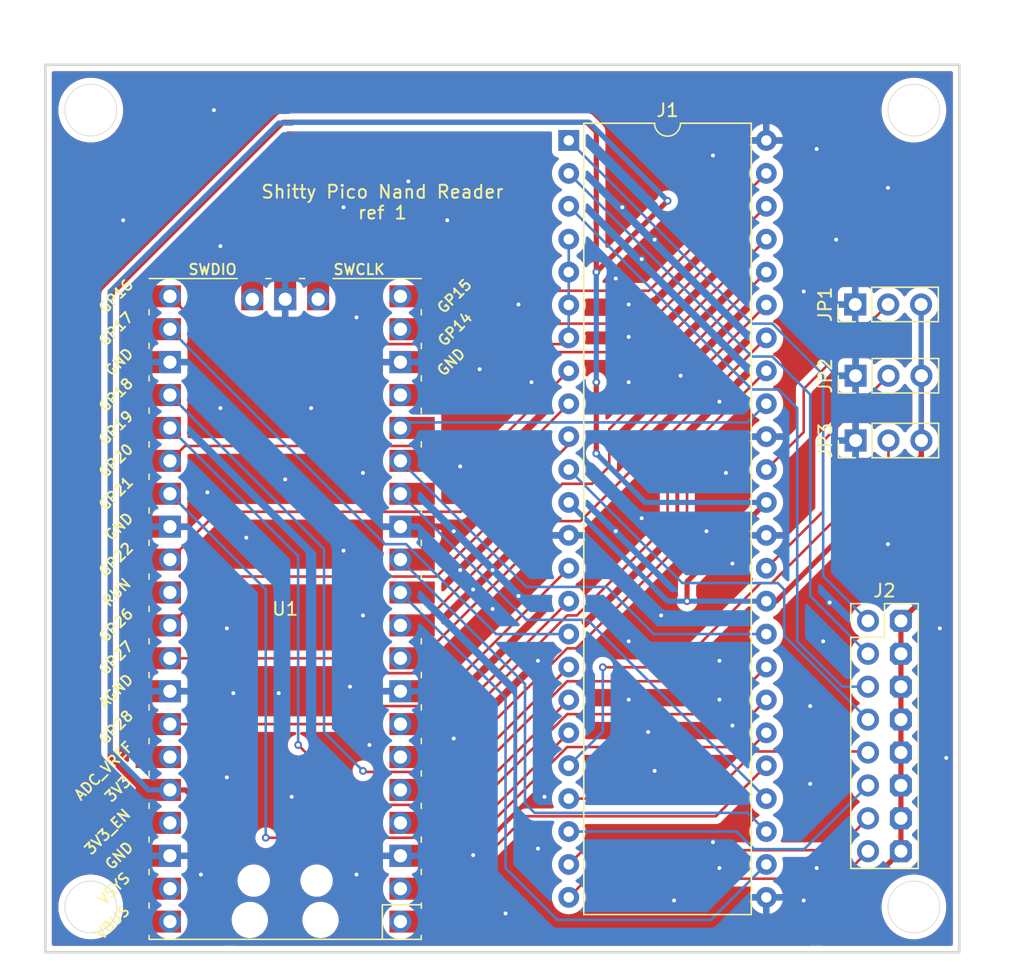
<source format=kicad_pcb>
(kicad_pcb (version 20240108) (generator "pcbnew") (generator_version "8.0")
  (layers (0 "F.Cu" signal) (31 "B.Cu" signal) (34 "B.Paste" user) (35 "F.Paste" user) (36 "B.SilkS" user "B.Silkscreen") (37 "F.SilkS" user "F.Silkscreen") (38 "B.Mask" user) (39 "F.Mask" user) (44 "Edge.Cuts" user))
  (net 0 "")
  (net 8 "R{slash}~{B}1")
  (net 9 "IO8")
  (net 10 "GND")
  (net 11 "IO10")
  (net 12 "~{CE2}")
  (net 13 "Vcc")
  (net 14 "ALE")
  (net 15 "~{CE1}")
  (net 16 "IO0")
  (net 17 "TP11")
  (net 18 "IO9")
  (net 19 "TP23")
  (net 20 "IO2")
  (net 21 "IO1")
  (net 22 "VSP3")
  (net 23 "TP2")
  (net 24 "TP21")
  (net 25 "TP3")
  (net 26 "IO3")
  (net 27 "IO12")
  (net 28 "~{RE}")
  (net 29 "~{CE4}")
  (net 30 "TP22")
  (net 31 "~{CE3}")
  (net 32 "~{WE}")
  (net 33 "TP1")
  (net 34 "TP24")
  (net 35 "CLE")
  (net 36 "IO11")
  (net 37 "VSP1")
  (net 38 "VSP2")
  (net 39 "~{WP}")
  (net 40 "IO4")
  (net 41 "IO7")
  (net 42 "IO5")
  (net 43 "IO15")
  (net 44 "IO14")
  (net 47 "IO6")
  (net 49 "IO13")
  (footprint "Connector_PinHeader_2.54mm:PinHeader_1x03_P2.54mm_Vertical" (layer "F.Cu") (at 163.5 75.5 90)
    (property "Reference" "JP3" (at 0 -2.33 90) (layer "F.SilkS"))
    (property "Value" "J_VSP1")
    (pad "1" thru_hole rect (at 0 0 90) (size 1.7 1.7) (drill 1) (layers "*.Cu" "*.Mask") (net 10 "GND"))
    (pad "2" thru_hole oval (at 0 2.54 90) (size 1.7 1.7) (drill 1) (layers "*.Cu" "*.Mask") (net 22 "VSP3"))
    (pad "3" thru_hole oval (at 0 5.08 90) (size 1.7 1.7) (drill 1) (layers "*.Cu" "*.Mask") (net 13 "Vcc"))
  )
  (footprint "MCU_RaspberryPi_and_Boards:RPi_Pico_SMD_TH" (layer "F.Cu") (at 119.5 88.5 180)
    (property "Reference" "U1" (at 0 0 0) (layer "F.SilkS"))
    (property "Value" "Pico")
    (fp_text user "GP27" (at 13.054 -3.8 45) (layer "F.SilkS") (effects (font (size 0.8 0.8))))
    (fp_text user "GND" (at 12.8 -19.05 45) (layer "F.SilkS") (effects (font (size 0.8 0.8))))
    (fp_text user "GP15" (at -13.054 24.13 45) (layer "F.SilkS") (effects (font (size 0.8 0.8))))
    (fp_text user "GP19" (at 13.054 13.97 45) (layer "F.SilkS") (effects (font (size 0.8 0.8))))
    (fp_text user "GND" (at 12.8 6.35 45) (layer "F.SilkS") (effects (font (size 0.8 0.8))))
    (fp_text user "SWCLK" (at -5.7 26.2 0) (layer "F.SilkS") (effects (font (size 0.8 0.8))))
    (fp_text user "SWDIO" (at 5.6 26.2 0) (layer "F.SilkS") (effects (font (size 0.8 0.8))))
    (fp_text user "VBUS" (at 13.3 -24.2 45) (layer "F.SilkS") (effects (font (size 0.8 0.8))))
    (fp_text user "GP26" (at 13.054 -1.27 45) (layer "F.SilkS") (effects (font (size 0.8 0.8))))
    (fp_text user "GND" (at 12.8 19.05 45) (layer "F.SilkS") (effects (font (size 0.8 0.8))))
    (fp_text user "GP17" (at 13.054 21.59 45) (layer "F.SilkS") (effects (font (size 0.8 0.8))))
    (fp_text user "ADC_VREF" (at 14 -12.5 45) (layer "F.SilkS") (effects (font (size 0.8 0.8))))
    (fp_text user "GND" (at -12.8 19.05 45) (layer "F.SilkS") (effects (font (size 0.8 0.8))))
    (fp_text user "AGND" (at 13.054 -6.35 45) (layer "F.SilkS") (effects (font (size 0.8 0.8))))
    (fp_text user "GP28" (at 13.054 -9.144 45) (layer "F.SilkS") (effects (font (size 0.8 0.8))))
    (fp_text user "VSYS" (at 13.2 -21.59 45) (layer "F.SilkS") (effects (font (size 0.8 0.8))))
    (fp_text user "GP14" (at -13.1 21.59 45) (layer "F.SilkS") (effects (font (size 0.8 0.8))))
    (fp_text user "RUN" (at 13 1.27 45) (layer "F.SilkS") (effects (font (size 0.8 0.8))))
    (fp_text user "3V3_EN" (at 13.7 -17.2 45) (layer "F.SilkS") (effects (font (size 0.8 0.8))))
    (fp_text user "GP16" (at 13.054 24.13 45) (layer "F.SilkS") (effects (font (size 0.8 0.8))))
    (fp_text user "3V3" (at 12.9 -13.9 45) (layer "F.SilkS") (effects (font (size 0.8 0.8))))
    (fp_text user "GP21" (at 13.054 8.9 45) (layer "F.SilkS") (effects (font (size 0.8 0.8))))
    (fp_text user "GP20" (at 13.054 11.43 45) (layer "F.SilkS") (effects (font (size 0.8 0.8))))
    (fp_text user "GP18" (at 13.054 16.51 45) (layer "F.SilkS") (effects (font (size 0.8 0.8))))
    (fp_text user "GP22" (at 13.054 3.81 45) (layer "F.SilkS") (effects (font (size 0.8 0.8))))
    (pad "" np_thru_hole oval (at -2.725 -24 180) (size 1.8 1.8) (drill 1.8) (layers "*.Cu" "*.Mask"))
    (pad "" np_thru_hole oval (at -2.425 -20.97 180) (size 1.5 1.5) (drill 1.5) (layers "*.Cu" "*.Mask"))
    (pad "" np_thru_hole oval (at 2.425 -20.97 180) (size 1.5 1.5) (drill 1.5) (layers "*.Cu" "*.Mask"))
    (pad "" np_thru_hole oval (at 2.725 -24 180) (size 1.8 1.8) (drill 1.8) (layers "*.Cu" "*.Mask"))
    (pad "1" thru_hole oval (at -8.89 -24.13 180) (size 1.7 1.7) (drill 1.02) (layers "*.Cu" "*.Mask") (net 16 "IO0"))
    (pad "1" smd rect (at -8.89 -24.13 180) (size 3.5 1.7) (drill (offset -0.9 0)) (layers "F.Cu" "F.Mask") (net 16 "IO0"))
    (pad "2" thru_hole oval (at -8.89 -21.59 180) (size 1.7 1.7) (drill 1.02) (layers "*.Cu" "*.Mask") (net 21 "IO1"))
    (pad "2" smd rect (at -8.89 -21.59 180) (size 3.5 1.7) (drill (offset -0.9 0)) (layers "F.Cu" "F.Mask") (net 21 "IO1"))
    (pad "3" thru_hole rect (at -8.89 -19.05 180) (size 1.7 1.7) (drill 1.02) (layers "*.Cu" "*.Mask") (net 10 "GND"))
    (pad "3" smd rect (at -8.89 -19.05 180) (size 3.5 1.7) (drill (offset -0.9 0)) (layers "F.Cu" "F.Mask") (net 10 "GND"))
    (pad "4" thru_hole oval (at -8.89 -16.51 180) (size 1.7 1.7) (drill 1.02) (layers "*.Cu" "*.Mask") (net 20 "IO2"))
    (pad "4" smd rect (at -8.89 -16.51 180) (size 3.5 1.7) (drill (offset -0.9 0)) (layers "F.Cu" "F.Mask") (net 20 "IO2"))
    (pad "5" thru_hole oval (at -8.89 -13.97 180) (size 1.7 1.7) (drill 1.02) (layers "*.Cu" "*.Mask") (net 26 "IO3"))
    (pad "5" smd rect (at -8.89 -13.97 180) (size 3.5 1.7) (drill (offset -0.9 0)) (layers "F.Cu" "F.Mask") (net 26 "IO3"))
    (pad "6" thru_hole oval (at -8.89 -11.43 180) (size 1.7 1.7) (drill 1.02) (layers "*.Cu" "*.Mask") (net 40 "IO4"))
    (pad "6" smd rect (at -8.89 -11.43 180) (size 3.5 1.7) (drill (offset -0.9 0)) (layers "F.Cu" "F.Mask") (net 40 "IO4"))
    (pad "7" thru_hole oval (at -8.89 -8.89 180) (size 1.7 1.7) (drill 1.02) (layers "*.Cu" "*.Mask") (net 42 "IO5"))
    (pad "7" smd rect (at -8.89 -8.89 180) (size 3.5 1.7) (drill (offset -0.9 0)) (layers "F.Cu" "F.Mask") (net 42 "IO5"))
    (pad "8" thru_hole rect (at -8.89 -6.35 180) (size 1.7 1.7) (drill 1.02) (layers "*.Cu" "*.Mask") (net 10 "GND"))
    (pad "8" smd rect (at -8.89 -6.35 180) (size 3.5 1.7) (drill (offset -0.9 0)) (layers "F.Cu" "F.Mask") (net 10 "GND"))
    (pad "9" thru_hole oval (at -8.89 -3.81 180) (size 1.7 1.7) (drill 1.02) (layers "*.Cu" "*.Mask") (net 47 "IO6"))
    (pad "9" smd rect (at -8.89 -3.81 180) (size 3.5 1.7) (drill (offset -0.9 0)) (layers "F.Cu" "F.Mask") (net 47 "IO6"))
    (pad "10" thru_hole oval (at -8.89 -1.27 180) (size 1.7 1.7) (drill 1.02) (layers "*.Cu" "*.Mask") (net 41 "IO7"))
    (pad "10" smd rect (at -8.89 -1.27 180) (size 3.5 1.7) (drill (offset -0.9 0)) (layers "F.Cu" "F.Mask") (net 41 "IO7"))
    (pad "11" thru_hole oval (at -8.89 1.27 180) (size 1.7 1.7) (drill 1.02) (layers "*.Cu" "*.Mask") (net 9 "IO8"))
    (pad "11" smd rect (at -8.89 1.27 180) (size 3.5 1.7) (drill (offset -0.9 0)) (layers "F.Cu" "F.Mask") (net 9 "IO8"))
    (pad "12" thru_hole oval (at -8.89 3.81 180) (size 1.7 1.7) (drill 1.02) (layers "*.Cu" "*.Mask") (net 18 "IO9"))
    (pad "12" smd rect (at -8.89 3.81 180) (size 3.5 1.7) (drill (offset -0.9 0)) (layers "F.Cu" "F.Mask") (net 18 "IO9"))
    (pad "13" thru_hole rect (at -8.89 6.35 180) (size 1.7 1.7) (drill 1.02) (layers "*.Cu" "*.Mask") (net 10 "GND"))
    (pad "13" smd rect (at -8.89 6.35 180) (size 3.5 1.7) (drill (offset -0.9 0)) (layers "F.Cu" "F.Mask") (net 10 "GND"))
    (pad "14" thru_hole oval (at -8.89 8.89 180) (size 1.7 1.7) (drill 1.02) (layers "*.Cu" "*.Mask") (net 11 "IO10"))
    (pad "14" smd rect (at -8.89 8.89 180) (size 3.5 1.7) (drill (offset -0.9 0)) (layers "F.Cu" "F.Mask") (net 11 "IO10"))
    (pad "15" thru_hole oval (at -8.89 11.43 180) (size 1.7 1.7) (drill 1.02) (layers "*.Cu" "*.Mask") (net 36 "IO11"))
    (pad "15" smd rect (at -8.89 11.43 180) (size 3.5 1.7) (drill (offset -0.9 0)) (layers "F.Cu" "F.Mask") (net 36 "IO11"))
    (pad "16" thru_hole oval (at -8.89 13.97 180) (size 1.7 1.7) (drill 1.02) (layers "*.Cu" "*.Mask") (net 27 "IO12"))
    (pad "16" smd rect (at -8.89 13.97 180) (size 3.5 1.7) (drill (offset -0.9 0)) (layers "F.Cu" "F.Mask") (net 27 "IO12"))
    (pad "17" thru_hole oval (at -8.89 16.51 180) (size 1.7 1.7) (drill 1.02) (layers "*.Cu" "*.Mask") (net 49 "IO13"))
    (pad "17" smd rect (at -8.89 16.51 180) (size 3.5 1.7) (drill (offset -0.9 0)) (layers "F.Cu" "F.Mask") (net 49 "IO13"))
    (pad "18" thru_hole rect (at -8.89 19.05 180) (size 1.7 1.7) (drill 1.02) (layers "*.Cu" "*.Mask") (net 10 "GND"))
    (pad "18" smd rect (at -8.89 19.05 180) (size 3.5 1.7) (drill (offset -0.9 0)) (layers "F.Cu" "F.Mask") (net 10 "GND"))
    (pad "19" thru_hole oval (at -8.89 21.59 180) (size 1.7 1.7) (drill 1.02) (layers "*.Cu" "*.Mask") (net 44 "IO14"))
    (pad "19" smd rect (at -8.89 21.59 180) (size 3.5 1.7) (drill (offset -0.9 0)) (layers "F.Cu" "F.Mask") (net 44 "IO14"))
    (pad "20" thru_hole oval (at -8.89 24.13 180) (size 1.7 1.7) (drill 1.02) (layers "*.Cu" "*.Mask") (net 43 "IO15"))
    (pad "20" smd rect (at -8.89 24.13 180) (size 3.5 1.7) (drill (offset -0.9 0)) (layers "F.Cu" "F.Mask") (net 43 "IO15"))
    (pad "21" thru_hole oval (at 8.89 24.13 180) (size 1.7 1.7) (drill 1.02) (layers "*.Cu" "*.Mask") (net 8 "R{slash}~{B}1"))
    (pad "21" smd rect (at 8.89 24.13 180) (size 3.5 1.7) (drill (offset 0.9 0)) (layers "F.Cu" "F.Mask") (net 8 "R{slash}~{B}1"))
    (pad "22" thru_hole oval (at 8.89 21.59 180) (size 1.7 1.7) (drill 1.02) (layers "*.Cu" "*.Mask") (net 35 "CLE"))
    (pad "22" smd rect (at 8.89 21.59 180) (size 3.5 1.7) (drill (offset 0.9 0)) (layers "F.Cu" "F.Mask") (net 35 "CLE"))
    (pad "23" thru_hole rect (at 8.89 19.05 180) (size 1.7 1.7) (drill 1.02) (layers "*.Cu" "*.Mask") (net 10 "GND"))
    (pad "23" smd rect (at 8.89 19.05 180) (size 3.5 1.7) (drill (offset 0.9 0)) (layers "F.Cu" "F.Mask") (net 10 "GND"))
    (pad "24" thru_hole oval (at 8.89 16.51 180) (size 1.7 1.7) (drill 1.02) (layers "*.Cu" "*.Mask") (net 14 "ALE"))
    (pad "24" smd rect (at 8.89 16.51 180) (size 3.5 1.7) (drill (offset 0.9 0)) (layers "F.Cu" "F.Mask") (net 14 "ALE"))
    (pad "25" thru_hole oval (at 8.89 13.97 180) (size 1.7 1.7) (drill 1.02) (layers "*.Cu" "*.Mask") (net 32 "~{WE}"))
    (pad "25" smd rect (at 8.89 13.97 180) (size 3.5 1.7) (drill (offset 0.9 0)) (layers "F.Cu" "F.Mask") (net 32 "~{WE}"))
    (pad "26" thru_hole oval (at 8.89 11.43 180) (size 1.7 1.7) (drill 1.02) (layers "*.Cu" "*.Mask") (net 28 "~{RE}"))
    (pad "26" smd rect (at 8.89 11.43 180) (size 3.5 1.7) (drill (offset 0.9 0)) (layers "F.Cu" "F.Mask") (net 28 "~{RE}"))
    (pad "27" thru_hole oval (at 8.89 8.89 180) (size 1.7 1.7) (drill 1.02) (layers "*.Cu" "*.Mask") (net 39 "~{WP}"))
    (pad "27" smd rect (at 8.89 8.89 180) (size 3.5 1.7) (drill (offset 0.9 0)) (layers "F.Cu" "F.Mask") (net 39 "~{WP}"))
    (pad "28" thru_hole rect (at 8.89 6.35 180) (size 1.7 1.7) (drill 1.02) (layers "*.Cu" "*.Mask") (net 10 "GND"))
    (pad "28" smd rect (at 8.89 6.35 180) (size 3.5 1.7) (drill (offset 0.9 0)) (layers "F.Cu" "F.Mask") (net 10 "GND"))
    (pad "29" thru_hole oval (at 8.89 3.81 180) (size 1.7 1.7) (drill 1.02) (layers "*.Cu" "*.Mask") (net 15 "~{CE1}"))
    (pad "29" smd rect (at 8.89 3.81 180) (size 3.5 1.7) (drill (offset 0.9 0)) (layers "F.Cu" "F.Mask") (net 15 "~{CE1}"))
    (pad "30" thru_hole oval (at 8.89 1.27 180) (size 1.7 1.7) (drill 1.02) (layers "*.Cu" "*.Mask"))
    (pad "30" smd rect (at 8.89 1.27 180) (size 3.5 1.7) (drill (offset 0.9 0)) (layers "F.Cu" "F.Mask"))
    (pad "31" thru_hole oval (at 8.89 -1.27 180) (size 1.7 1.7) (drill 1.02) (layers "*.Cu" "*.Mask") (net 12 "~{CE2}"))
    (pad "31" smd rect (at 8.89 -1.27 180) (size 3.5 1.7) (drill (offset 0.9 0)) (layers "F.Cu" "F.Mask") (net 12 "~{CE2}"))
    (pad "32" thru_hole oval (at 8.89 -3.81 180) (size 1.7 1.7) (drill 1.02) (layers "*.Cu" "*.Mask") (net 31 "~{CE3}"))
    (pad "32" smd rect (at 8.89 -3.81 180) (size 3.5 1.7) (drill (offset 0.9 0)) (layers "F.Cu" "F.Mask") (net 31 "~{CE3}"))
    (pad "33" thru_hole rect (at 8.89 -6.35 180) (size 1.7 1.7) (drill 1.02) (layers "*.Cu" "*.Mask") (net 10 "GND"))
    (pad "33" smd rect (at 8.89 -6.35 180) (size 3.5 1.7) (drill (offset 0.9 0)) (layers "F.Cu" "F.Mask") (net 10 "GND"))
    (pad "34" thru_hole oval (at 8.89 -8.89 180) (size 1.7 1.7) (drill 1.02) (layers "*.Cu" "*.Mask") (net 29 "~{CE4}"))
    (pad "34" smd rect (at 8.89 -8.89 180) (size 3.5 1.7) (drill (offset 0.9 0)) (layers "F.Cu" "F.Mask") (net 29 "~{CE4}"))
    (pad "35" thru_hole oval (at 8.89 -11.43 180) (size 1.7 1.7) (drill 1.02) (layers "*.Cu" "*.Mask"))
    (pad "35" smd rect (at 8.89 -11.43 180) (size 3.5 1.7) (drill (offset 0.9 0)) (layers "F.Cu" "F.Mask"))
    (pad "36" thru_hole oval (at 8.89 -13.97 180) (size 1.7 1.7) (drill 1.02) (layers "*.Cu" "*.Mask") (net 13 "Vcc"))
    (pad "36" smd rect (at 8.89 -13.97 180) (size 3.5 1.7) (drill (offset 0.9 0)) (layers "F.Cu" "F.Mask") (net 13 "Vcc"))
    (pad "37" thru_hole oval (at 8.89 -16.51 180) (size 1.7 1.7) (drill 1.02) (layers "*.Cu" "*.Mask"))
    (pad "37" smd rect (at 8.89 -16.51 180) (size 3.5 1.7) (drill (offset 0.9 0)) (layers "F.Cu" "F.Mask"))
    (pad "38" thru_hole rect (at 8.89 -19.05 180) (size 1.7 1.7) (drill 1.02) (layers "*.Cu" "*.Mask") (net 10 "GND"))
    (pad "38" smd rect (at 8.89 -19.05 180) (size 3.5 1.7) (drill (offset 0.9 0)) (layers "F.Cu" "F.Mask") (net 10 "GND"))
    (pad "39" thru_hole oval (at 8.89 -21.59 180) (size 1.7 1.7) (drill 1.02) (layers "*.Cu" "*.Mask"))
    (pad "39" smd rect (at 8.89 -21.59 180) (size 3.5 1.7) (drill (offset 0.9 0)) (layers "F.Cu" "F.Mask"))
    (pad "40" thru_hole oval (at 8.89 -24.13 180) (size 1.7 1.7) (drill 1.02) (layers "*.Cu" "*.Mask"))
    (pad "40" smd rect (at 8.89 -24.13 180) (size 3.5 1.7) (drill (offset 0.9 0)) (layers "F.Cu" "F.Mask"))
    (pad "41" thru_hole oval (at -2.54 23.9 180) (size 1.7 1.7) (drill 1.02) (layers "*.Cu" "*.Mask"))
    (pad "41" smd rect (at -2.54 23.9 270) (size 3.5 1.7) (drill (offset -0.9 0)) (layers "F.Cu" "F.Mask"))
    (pad "42" thru_hole rect (at 0 23.9 180) (size 1.7 1.7) (drill 1.02) (layers "*.Cu" "*.Mask") (net 10 "GND"))
    (pad "42" smd rect (at 0 23.9 270) (size 3.5 1.7) (drill (offset -0.9 0)) (layers "F.Cu" "F.Mask") (net 10 "GND"))
    (pad "43" thru_hole oval (at 2.54 23.9 180) (size 1.7 1.7) (drill 1.02) (layers "*.Cu" "*.Mask"))
    (pad "43" smd rect (at 2.54 23.9 270) (size 3.5 1.7) (drill (offset -0.9 0)) (layers "F.Cu" "F.Mask"))
  )
  (footprint "Package_DIP:DIP-48_W15.24mm" (layer "F.Cu") (at 141.375 52.34)
    (property "Reference" "J1" (at 7.62 -2.33 360) (layer "F.SilkS"))
    (property "Value" "Conn_02x24_Counter_Clockwise")
    (pad "1" thru_hole rect (at 0 0) (size 1.6 1.6) (drill 0.8) (layers "*.Cu" "*.Mask") (net 33 "TP1"))
    (pad "2" thru_hole oval (at 0 2.54) (size 1.6 1.6) (drill 0.8) (layers "*.Cu" "*.Mask") (net 23 "TP2"))
    (pad "3" thru_hole oval (at 0 5.08) (size 1.6 1.6) (drill 0.8) (layers "*.Cu" "*.Mask") (net 25 "TP3"))
    (pad "4" thru_hole oval (at 0 7.62) (size 1.6 1.6) (drill 0.8) (layers "*.Cu" "*.Mask") (net 8 "R{slash}~{B}1"))
    (pad "5" thru_hole oval (at 0 10.16) (size 1.6 1.6) (drill 0.8) (layers "*.Cu" "*.Mask") (net 8 "R{slash}~{B}1"))
    (pad "6" thru_hole oval (at 0 12.7) (size 1.6 1.6) (drill 0.8) (layers "*.Cu" "*.Mask") (net 8 "R{slash}~{B}1"))
    (pad "7" thru_hole oval (at 0 15.24) (size 1.6 1.6) (drill 0.8) (layers "*.Cu" "*.Mask") (net 8 "R{slash}~{B}1"))
    (pad "8" thru_hole oval (at 0 17.78) (size 1.6 1.6) (drill 0.8) (layers "*.Cu" "*.Mask") (net 28 "~{RE}"))
    (pad "9" thru_hole oval (at 0 20.32) (size 1.6 1.6) (drill 0.8) (layers "*.Cu" "*.Mask") (net 15 "~{CE1}"))
    (pad "10" thru_hole oval (at 0 22.86) (size 1.6 1.6) (drill 0.8) (layers "*.Cu" "*.Mask") (net 12 "~{CE2}"))
    (pad "11" thru_hole oval (at 0 25.4) (size 1.6 1.6) (drill 0.8) (layers "*.Cu" "*.Mask") (net 17 "TP11"))
    (pad "12" thru_hole oval (at 0 27.94) (size 1.6 1.6) (drill 0.8) (layers "*.Cu" "*.Mask") (net 13 "Vcc"))
    (pad "13" thru_hole oval (at 0 30.48) (size 1.6 1.6) (drill 0.8) (layers "*.Cu" "*.Mask") (net 10 "GND"))
    (pad "14" thru_hole oval (at 0 33.02) (size 1.6 1.6) (drill 0.8) (layers "*.Cu" "*.Mask") (net 31 "~{CE3}"))
    (pad "15" thru_hole oval (at 0 35.56) (size 1.6 1.6) (drill 0.8) (layers "*.Cu" "*.Mask") (net 29 "~{CE4}"))
    (pad "16" thru_hole oval (at 0 38.1) (size 1.6 1.6) (drill 0.8) (layers "*.Cu" "*.Mask") (net 35 "CLE"))
    (pad "17" thru_hole oval (at 0 40.64) (size 1.6 1.6) (drill 0.8) (layers "*.Cu" "*.Mask") (net 14 "ALE"))
    (pad "18" thru_hole oval (at 0 43.18) (size 1.6 1.6) (drill 0.8) (layers "*.Cu" "*.Mask") (net 32 "~{WE}"))
    (pad "19" thru_hole oval (at 0 45.72) (size 1.6 1.6) (drill 0.8) (layers "*.Cu" "*.Mask") (net 39 "~{WP}"))
    (pad "20" thru_hole oval (at 0 48.26) (size 1.6 1.6) (drill 0.8) (layers "*.Cu" "*.Mask") (net 22 "VSP3"))
    (pad "21" thru_hole oval (at 0 50.8) (size 1.6 1.6) (drill 0.8) (layers "*.Cu" "*.Mask") (net 24 "TP21"))
    (pad "22" thru_hole oval (at 0 53.34) (size 1.6 1.6) (drill 0.8) (layers "*.Cu" "*.Mask") (net 30 "TP22"))
    (pad "23" thru_hole oval (at 0 55.88) (size 1.6 1.6) (drill 0.8) (layers "*.Cu" "*.Mask") (net 19 "TP23"))
    (pad "24" thru_hole oval (at 0 58.42) (size 1.6 1.6) (drill 0.8) (layers "*.Cu" "*.Mask") (net 34 "TP24"))
    (pad "25" thru_hole oval (at 15.24 58.42) (size 1.6 1.6) (drill 0.8) (layers "*.Cu" "*.Mask") (net 10 "GND"))
    (pad "26" thru_hole oval (at 15.24 55.88) (size 1.6 1.6) (drill 0.8) (layers "*.Cu" "*.Mask") (net 9 "IO8"))
    (pad "27" thru_hole oval (at 15.24 53.34) (size 1.6 1.6) (drill 0.8) (layers "*.Cu" "*.Mask") (net 18 "IO9"))
    (pad "28" thru_hole oval (at 15.24 50.8) (size 1.6 1.6) (drill 0.8) (layers "*.Cu" "*.Mask") (net 11 "IO10"))
    (pad "29" thru_hole oval (at 15.24 48.26) (size 1.6 1.6) (drill 0.8) (layers "*.Cu" "*.Mask") (net 16 "IO0"))
    (pad "30" thru_hole oval (at 15.24 45.72) (size 1.6 1.6) (drill 0.8) (layers "*.Cu" "*.Mask") (net 21 "IO1"))
    (pad "31" thru_hole oval (at 15.24 43.18) (size 1.6 1.6) (drill 0.8) (layers "*.Cu" "*.Mask") (net 20 "IO2"))
    (pad "32" thru_hole oval (at 15.24 40.64) (size 1.6 1.6) (drill 0.8) (layers "*.Cu" "*.Mask") (net 26 "IO3"))
    (pad "33" thru_hole oval (at 15.24 38.1) (size 1.6 1.6) (drill 0.8) (layers "*.Cu" "*.Mask") (net 36 "IO11"))
    (pad "34" thru_hole oval (at 15.24 35.56) (size 1.6 1.6) (drill 0.8) (layers "*.Cu" "*.Mask") (net 13 "Vcc"))
    (pad "35" thru_hole oval (at 15.24 33.02) (size 1.6 1.6) (drill 0.8) (layers "*.Cu" "*.Mask") (net 38 "VSP2"))
    (pad "36" thru_hole oval (at 15.24 30.48) (size 1.6 1.6) (drill 0.8) (layers "*.Cu" "*.Mask") (net 10 "GND"))
    (pad "37" thru_hole oval (at 15.24 27.94) (size 1.6 1.6) (drill 0.8) (layers "*.Cu" "*.Mask") (net 13 "Vcc"))
    (pad "38" thru_hole oval (at 15.24 25.4) (size 1.6 1.6) (drill 0.8) (layers "*.Cu" "*.Mask") (net 37 "VSP1"))
    (pad "39" thru_hole oval (at 15.24 22.86) (size 1.6 1.6) (drill 0.8) (layers "*.Cu" "*.Mask") (net 10 "GND"))
    (pad "40" thru_hole oval (at 15.24 20.32) (size 1.6 1.6) (drill 0.8) (layers "*.Cu" "*.Mask") (net 27 "IO12"))
    (pad "41" thru_hole oval (at 15.24 17.78) (size 1.6 1.6) (drill 0.8) (layers "*.Cu" "*.Mask") (net 40 "IO4"))
    (pad "42" thru_hole oval (at 15.24 15.24) (size 1.6 1.6) (drill 0.8) (layers "*.Cu" "*.Mask") (net 42 "IO5"))
    (pad "43" thru_hole oval (at 15.24 12.7) (size 1.6 1.6) (drill 0.8) (layers "*.Cu" "*.Mask") (net 47 "IO6"))
    (pad "44" thru_hole oval (at 15.24 10.16) (size 1.6 1.6) (drill 0.8) (layers "*.Cu" "*.Mask") (net 41 "IO7"))
    (pad "45" thru_hole oval (at 15.24 7.62) (size 1.6 1.6) (drill 0.8) (layers "*.Cu" "*.Mask") (net 49 "IO13"))
    (pad "46" thru_hole oval (at 15.24 5.08) (size 1.6 1.6) (drill 0.8) (layers "*.Cu" "*.Mask") (net 44 "IO14"))
    (pad "47" thru_hole oval (at 15.24 2.54) (size 1.6 1.6) (drill 0.8) (layers "*.Cu" "*.Mask") (net 43 "IO15"))
    (pad "48" thru_hole oval (at 15.24 0) (size 1.6 1.6) (drill 0.8) (layers "*.Cu" "*.Mask") (net 10 "GND"))
  )
  (footprint "Connector_PinHeader_2.54mm:PinHeader_2x08_P2.54mm_Vertical" (layer "F.Cu") (at 164.46 89.42)
    (property "Reference" "J2" (at 1.27 -2.33 0) (layer "F.SilkS"))
    (property "Value" "Conn_02x08_Odd_Even" (hide yes))
    (pad "1" thru_hole circle (at 0 0) (size 1.7 1.7) (drill 1) (layers "*.Cu" "*.Mask") (net 33 "TP1"))
    (pad "2" thru_hole roundrect (at 2.54 0) (size 1.7 1.7) (drill 1) (layers "*.Cu" "*.Mask") (roundrect_rratio 0) (chamfer_ratio 0.2) (chamfer top_left top_right bottom_left bottom_right) (net 13 "Vcc"))
    (pad "3" thru_hole circle (at 0 2.54) (size 1.7 1.7) (drill 1) (layers "*.Cu" "*.Mask") (net 23 "TP2"))
    (pad "4" thru_hole roundrect (at 2.54 2.54) (size 1.7 1.7) (drill 1) (layers "*.Cu" "*.Mask") (roundrect_rratio 0) (chamfer_ratio 0.2) (chamfer top_left top_right bottom_left bottom_right) (net 13 "Vcc"))
    (pad "5" thru_hole circle (at 0 5.08) (size 1.7 1.7) (drill 1) (layers "*.Cu" "*.Mask") (net 25 "TP3"))
    (pad "6" thru_hole roundrect (at 2.54 5.08) (size 1.7 1.7) (drill 1) (layers "*.Cu" "*.Mask") (roundrect_rratio 0) (chamfer_ratio 0.2) (chamfer top_left top_right bottom_left bottom_right) (net 13 "Vcc"))
    (pad "7" thru_hole circle (at 0 7.62) (size 1.7 1.7) (drill 1) (layers "*.Cu" "*.Mask") (net 17 "TP11"))
    (pad "8" thru_hole roundrect (at 2.54 7.62) (size 1.7 1.7) (drill 1) (layers "*.Cu" "*.Mask") (roundrect_rratio 0) (chamfer_ratio 0.2) (chamfer top_left top_right bottom_left bottom_right) (net 13 "Vcc"))
    (pad "9" thru_hole circle (at 0 10.16) (size 1.7 1.7) (drill 1) (layers "*.Cu" "*.Mask") (net 24 "TP21"))
    (pad "10" thru_hole roundrect (at 2.54 10.16) (size 1.7 1.7) (drill 1) (layers "*.Cu" "*.Mask") (roundrect_rratio 0) (chamfer_ratio 0.2) (chamfer top_left top_right bottom_left bottom_right) (net 13 "Vcc"))
    (pad "11" thru_hole circle (at 0 12.7) (size 1.7 1.7) (drill 1) (layers "*.Cu" "*.Mask") (net 30 "TP22"))
    (pad "12" thru_hole roundrect (at 2.54 12.7) (size 1.7 1.7) (drill 1) (layers "*.Cu" "*.Mask") (roundrect_rratio 0) (chamfer_ratio 0.2) (chamfer top_left top_right bottom_left bottom_right) (net 13 "Vcc"))
    (pad "13" thru_hole circle (at 0 15.24) (size 1.7 1.7) (drill 1) (layers "*.Cu" "*.Mask") (net 19 "TP23"))
    (pad "14" thru_hole roundrect (at 2.54 15.24) (size 1.7 1.7) (drill 1) (layers "*.Cu" "*.Mask") (roundrect_rratio 0) (chamfer_ratio 0.2) (chamfer top_left top_right bottom_left bottom_right) (net 13 "Vcc"))
    (pad "15" thru_hole circle (at 0 17.78) (size 1.7 1.7) (drill 1) (layers "*.Cu" "*.Mask") (net 34 "TP24"))
    (pad "16" thru_hole roundrect (at 2.54 17.78) (size 1.7 1.7) (drill 1) (layers "*.Cu" "*.Mask") (roundrect_rratio 0) (chamfer_ratio 0.2) (chamfer top_left top_right bottom_left bottom_right) (net 13 "Vcc"))
  )
  (footprint "Connector_PinHeader_2.54mm:PinHeader_1x03_P2.54mm_Vertical" (layer "F.Cu") (at 163.475 65 90)
    (property "Reference" "JP1" (at 0 -2.33 90) (layer "F.SilkS"))
    (property "Value" "J_VSP1")
    (pad "1" thru_hole rect (at 0 0 90) (size 1.7 1.7) (drill 1) (layers "*.Cu" "*.Mask") (net 10 "GND"))
    (pad "2" thru_hole oval (at 0 2.54 90) (size 1.7 1.7) (drill 1) (layers "*.Cu" "*.Mask") (net 37 "VSP1"))
    (pad "3" thru_hole oval (at 0 5.08 90) (size 1.7 1.7) (drill 1) (layers "*.Cu" "*.Mask") (net 13 "Vcc"))
  )
  (footprint "Connector_PinHeader_2.54mm:PinHeader_1x03_P2.54mm_Vertical" (layer "F.Cu") (at 163.5 70.5 90)
    (property "Reference" "JP2" (at 0 -2.33 90) (layer "F.SilkS"))
    (property "Value" "J_VSP1")
    (pad "1" thru_hole rect (at 0 0 90) (size 1.7 1.7) (drill 1) (layers "*.Cu" "*.Mask") (net 10 "GND"))
    (pad "2" thru_hole oval (at 0 2.54 90) (size 1.7 1.7) (drill 1) (layers "*.Cu" "*.Mask") (net 38 "VSP2"))
    (pad "3" thru_hole oval (at 0 5.08 90) (size 1.7 1.7) (drill 1) (layers "*.Cu" "*.Mask") (net 13 "Vcc"))
  )
  (gr_circle (center 168 50) (end 170 50) (stroke (width 0.05)) (fill none) (layer "Edge.Cuts"))
  (gr_circle (center 104.5 50) (end 106.5 50) (stroke (width 0.05)) (fill none) (layer "Edge.Cuts"))
  (gr_circle (center 168 111.5) (end 170 111.5) (stroke (width 0.05)) (fill none) (layer "Edge.Cuts"))
  (gr_circle (center 104.5 111.5) (end 106.5 111.5) (stroke (width 0.05)) (fill none) (layer "Edge.Cuts"))
  (gr_rect (start 101 46.5) (end 171.5 115) (stroke (width 0.2)) (fill none) (layer "Edge.Cuts"))
  (gr_text "Shitty Pico Nand Reader\nref 1" (at 127 58.5 0) (layer "F.SilkS") (effects (font (size 1 1)) (justify bottom)))
  (segment (start 140.895 68.06) (end 141.375 67.58) (width 0.2) (layer "F.Cu") (net 8))
  (segment (start 110.61 64.37) (end 114.3 68.06) (width 0.2) (layer "F.Cu") (net 8))
  (segment (start 114.3 68.06) (end 140.895 68.06) (width 0.2) (layer "F.Cu") (net 8))
  (segment (start 141.375 59.96) (end 141.375 67.58) (width 0.2) (layer "B.Cu") (net 8))
  (segment (start 136.5 108.5) (end 140.5 112.5) (width 0.2) (layer "B.Cu") (net 9))
  (segment (start 128.39 87.23) (end 136.5 95.34) (width 0.2) (layer "B.Cu") (net 9))
  (segment (start 136.5 95.34) (end 136.5 108.5) (width 0.2) (layer "B.Cu") (net 9))
  (segment (start 140.5 112.5) (end 152.335 112.5) (width 0.2) (layer "B.Cu") (net 9))
  (segment (start 152.335 112.5) (end 156.615 108.22) (width 0.2) (layer "B.Cu") (net 9))
  (via (at 161.5 88) (size 0.6) (drill 0.3) (layers "F.Cu" "B.Cu") (net 10))
  (via (at 149.5 111) (size 0.6) (drill 0.3) (layers "F.Cu" "B.Cu") (net 10))
  (via (at 153.5 78) (size 0.6) (drill 0.3) (layers "F.Cu" "B.Cu") (net 10))
  (via (at 115 90) (size 0.6) (drill 0.3) (layers "F.Cu" "B.Cu") (net 10))
  (via (at 153 108.5) (size 0.6) (drill 0.3) (layers "F.Cu" "B.Cu") (net 10))
  (via (at 132.5 82.5) (size 0.6) (drill 0.3) (layers "F.Cu" "B.Cu") (net 10))
  (via (at 145.5 57.5) (size 0.6) (drill 0.3) (layers "F.Cu" "B.Cu") (net 10))
  (via (at 137.5 87.5) (size 0.6) (drill 0.3) (layers "F.Cu" "B.Cu") (net 10))
  (via (at 159.5 111) (size 0.6) (drill 0.3) (layers "F.Cu" "B.Cu") (net 10))
  (via (at 119 95) (size 0.6) (drill 0.3) (layers "F.Cu" "B.Cu") (net 10))
  (via (at 135.5 88.5) (size 0.6) (drill 0.3) (layers "F.Cu" "B.Cu") (net 10))
  (via (at 146 95.5) (size 0.6) (drill 0.3) (layers "F.Cu" "B.Cu") (net 10))
  (via (at 113.5 79.5) (size 0.6) (drill 0.3) (layers "F.Cu" "B.Cu") (net 10))
  (via (at 162 60) (size 0.6) (drill 0.3) (layers "F.Cu" "B.Cu") (net 10))
  (via (at 159.5 64) (size 0.6) (drill 0.3) (layers "F.Cu" "B.Cu") (net 10))
  (via (at 114.5 60.5) (size 0.6) (drill 0.3) (layers "F.Cu" "B.Cu") (net 10))
  (via (at 147 81.5) (size 0.6) (drill 0.3) (layers "F.Cu" "B.Cu") (net 10))
  (via (at 133 85.5) (size 0.6) (drill 0.3) (layers "F.Cu" "B.Cu") (net 10))
  (via (at 139 92.5) (size 0.6) (drill 0.3) (layers "F.Cu" "B.Cu") (net 10))
  (via (at 132 58.5) (size 0.6) (drill 0.3) (layers "F.Cu" "B.Cu") (net 10))
  (via (at 145 82.5) (size 0.6) (drill 0.3) (layers "F.Cu" "B.Cu") (net 10))
  (via (at 124 84) (size 0.6) (drill 0.3) (layers "F.Cu" "B.Cu") (net 10))
  (via (at 137.5 65) (size 0.6) (drill 0.3) (layers "F.Cu" "B.Cu") (net 10))
  (via (at 138.5 71) (size 0.6) (drill 0.3) (layers "F.Cu" "B.Cu") (net 10))
  (via (at 125 109) (size 0.6) (drill 0.3) (layers "F.Cu" "B.Cu") (net 10))
  (via (at 121.5 73) (size 0.6) (drill 0.3) (layers "F.Cu" "B.Cu") (net 10))
  (via (at 160.5 108.5) (size 0.6) (drill 0.3) (layers "F.Cu" "B.Cu") (net 10))
  (via (at 146 91) (size 0.6) (drill 0.3) (layers "F.Cu" "B.Cu") (net 10))
  (via (at 166 56) (size 0.6) (drill 0.3) (layers "F.Cu" "B.Cu") (net 10))
  (via (at 147 61.5) (size 0.6) (drill 0.3) (layers "F.Cu" "B.Cu") (net 10))
  (via (at 160 96) (size 0.6) (drill 0.3) (layers "F.Cu" "B.Cu") (net 10))
  (via (at 119.5 78.5) (size 0.6) (drill 0.3) (layers "F.Cu" "B.Cu") (net 10))
  (via (at 129 55.5) (size 0.6) (drill 0.3) (layers "F.Cu" "B.Cu") (net 10))
  (via (at 147.5 98) (size 0.6) (drill 0.3) (layers "F.Cu" "B.Cu") (net 10))
  (via (at 146 65) (size 0.6) (drill 0.3) (layers "F.Cu" "B.Cu") (net 10))
  (via (at 146 71) (size 0.6) (drill 0.3) (layers "F.Cu" "B.Cu") (net 10))
  (via (at 148 60) (size 0.6) (drill 0.3) (layers "F.Cu" "B.Cu") (net 10))
  (via (at 152.5 53.5) (size 0.6) (drill 0.3) (layers "F.Cu" "B.Cu") (net 10))
  (via (at 114 50) (size 0.6) (drill 0.3) (layers "F.Cu" "B.Cu") (net 10))
  (via (at 153 95.5) (size 0.6) (drill 0.3) (layers "F.Cu" "B.Cu") (net 10))
  (via (at 139 107) (size 0.6) (drill 0.3) (layers "F.Cu" "B.Cu") (net 10))
  (via (at 135.5 85.5) (size 0.6) (drill 0.3) (layers "F.Cu" "B.Cu") (net 10))
  (via (at 148.5 89) (size 0.6) (drill 0.3) (layers "F.Cu" "B.Cu") (net 10))
  (via (at 170.5 100) (size 0.6) (drill 0.3) (layers "F.Cu" "B.Cu") (net 10))
  (via (at 160.5 53) (size 0.6) (drill 0.3) (layers "F.Cu" "B.Cu") (net 10))
  (via (at 132.5 98.5) (size 0.6) (drill 0.3) (layers "F.Cu" "B.Cu") (net 10))
  (via (at 170 90) (size 0.6) (drill 0.3) (layers "F.Cu" "B.Cu") (net 10))
  (via (at 139.5 103) (size 0.6) (drill 0.3) (layers "F.Cu" "B.Cu") (net 10))
  (via (at 125.5 89) (size 0.6) (drill 0.3) (layers "F.Cu" "B.Cu") (net 10))
  (via (at 153 92.5) (size 0.6) (drill 0.3) (layers "F.Cu" "B.Cu") (net 10))
  (via (at 161 91) (size 0.6) (drill 0.3) (layers "F.Cu" "B.Cu") (net 10))
  (via (at 125.5 78) (size 0.6) (drill 0.3) (layers "F.Cu" "B.Cu") (net 10))
  (via (at 166 83.5) (size 0.6) (drill 0.3) (layers "F.Cu" "B.Cu") (net 10))
  (via (at 120 103) (size 0.6) (drill 0.3) (layers "F.Cu" "B.Cu") (net 10))
  (via (at 152.5 106.5) (size 0.6) (drill 0.3) (layers "F.Cu" "B.Cu") (net 10))
  (via (at 125 66) (size 0.6) (drill 0.3) (layers "F.Cu" "B.Cu") (net 10))
  (via (at 152 82.5) (size 0.6) (drill 0.3) (layers "F.Cu" "B.Cu") (net 10))
  (via (at 150 70.5) (size 0.6) (drill 0.3) (layers "F.Cu" "B.Cu") (net 10))
  (via (at 107 58.5) (size 0.6) (drill 0.3) (layers "F.Cu" "B.Cu") (net 10))
  (via (at 145 63) (size 0.6) (drill 0.3) (layers "F.Cu" "B.Cu") (net 10))
  (via (at 136.5 112) (size 0.6) (drill 0.3) (layers "F.Cu" "B.Cu") (net 10))
  (via (at 134.5 70) (size 0.6) (drill 0.3) (layers "F.Cu" "B.Cu") (net 10))
  (via (at 115 101.5) (size 0.6) (drill 0.3) (layers "F.Cu" "B.Cu") (net 10))
  (via (at 154 97.5) (size 0.6) (drill 0.3) (layers "F.Cu" "B.Cu") (net 10))
  (via (at 126 99) (size 0.6) (drill 0.3) (layers "F.Cu" "B.Cu") (net 10))
  (via (at 146 67.5) (size 0.6) (drill 0.3) (layers "F.Cu" "B.Cu") (net 10))
  (via (at 114.5 73) (size 0.6) (drill 0.3) (layers "F.Cu" "B.Cu") (net 10))
  (via (at 116.5 83) (size 0.6) (drill 0.3) (layers "F.Cu" "B.Cu") (net 10))
  (via (at 134 87) (size 0.6) (drill 0.3) (layers "F.Cu" "B.Cu") (net 10))
  (via (at 113 109) (size 0.6) (drill 0.3) (layers "F.Cu" "B.Cu") (net 10))
  (via (at 148 101) (size 0.6) (drill 0.3) (layers "F.Cu" "B.Cu") (net 10))
  (via (at 124 57.5) (size 0.6) (drill 0.3) (layers "F.Cu" "B.Cu") (net 10))
  (via (at 160 102) (size 0.6) (drill 0.3) (layers "F.Cu" "B.Cu") (net 10))
  (via (at 115.5 95) (size 0.6) (drill 0.3) (layers "F.Cu" "B.Cu") (net 10))
  (via (at 153 72.5) (size 0.6) (drill 0.3) (layers "F.Cu" "B.Cu") (net 10))
  (via (at 124.5 94.5) (size 0.6) (drill 0.3) (layers "F.Cu" "B.Cu") (net 10))
  (via (at 154 85) (size 0.6) (drill 0.3) (layers "F.Cu" "B.Cu") (net 10))
  (via (at 134 107.5) (size 0.6) (drill 0.3) (layers "F.Cu" "B.Cu") (net 10))
  (via (at 133 77.5) (size 0.6) (drill 0.3) (layers "F.Cu" "B.Cu") (net 10))
  (segment (start 138.12 89.34) (end 142.815 89.34) (width 0.2) (layer "B.Cu") (net 11))
  (segment (start 142.815 89.34) (end 156.615 103.14) (width 0.2) (layer "B.Cu") (net 11))
  (segment (start 128.39 79.61) (end 138.12 89.34) (width 0.2) (layer "B.Cu") (net 11))
  (segment (start 141.375 75.805) (end 131.18 86) (width 0.2) (layer "F.Cu") (net 12))
  (segment (start 141.375 75.2) (end 141.375 75.805) (width 0.2) (layer "F.Cu") (net 12))
  (segment (start 131.18 86) (end 114.38 86) (width 0.2) (layer "F.Cu") (net 12))
  (segment (start 114.38 86) (end 110.61 89.77) (width 0.2) (layer "F.Cu") (net 12))
  (segment (start 115.8 114.3) (end 159.9 114.3) (width 0.4) (layer "F.Cu") (net 13))
  (segment (start 108.45 102.47) (end 106 100.02) (width 0.4) (layer "F.Cu") (net 13))
  (segment (start 106 100.02) (end 106 64.28) (width 0.4) (layer "F.Cu") (net 13))
  (segment (start 168.555 65) (end 168.555 70.475) (width 0.4) (layer "F.Cu") (net 13))
  (segment (start 168.5 76) (end 168.58 75.92) (width 0.4) (layer "F.Cu") (net 13))
  (segment (start 149 57) (end 143.5 62.5) (width 0.4) (layer "F.Cu") (net 13))
  (segment (start 168.58 87.84) (end 167 89.42) (width 0.4) (layer "F.Cu") (net 13))
  (segment (start 168.58 70.5) (end 168.58 75.5) (width 0.4) (layer "F.Cu") (net 13))
  (segment (start 157.382081 87.9) (end 156.615 87.9) (width 0.4) (layer "F.Cu") (net 13))
  (segment (start 106 64.28) (end 119.34 50.94) (width 0.4) (layer "F.Cu") (net 13))
  (segment (start 168.555 70.475) (end 168.58 70.5) (width 0.4) (layer "F.Cu") (net 13))
  (segment (start 168.58 75.5) (end 168.58 75.92) (width 0.4) (layer "F.Cu") (net 13))
  (segment (start 143.5 51.665) (end 143.5 62.5) (width 0.4) (layer "F.Cu") (net 13))
  (segment (start 143.5 76.5) (end 143.5 71) (width 0.4) (layer "F.Cu") (net 13))
  (segment (start 167 107.2) (end 167 89.42) (width 0.4) (layer "F.Cu") (net 13))
  (segment (start 159.9 114.3) (end 167 107.2) (width 0.4) (layer "F.Cu") (net 13))
  (segment (start 111.812081 102.47) (end 115 105.657919) (width 0.4) (layer "F.Cu") (net 13))
  (segment (start 168.58 75.5) (end 168.58 87.84) (width 0.4) (layer "F.Cu") (net 13))
  (segment (start 156.5 80.395) (end 156.5 80.5) (width 0.4) (layer "F.Cu") (net 13))
  (segment (start 115 113.5) (end 115.8 114.3) (width 0.4) (layer "F.Cu") (net 13))
  (segment (start 150.5 86.395) (end 150.5 87.9) (width 0.4) (layer "F.Cu") (net 13))
  (segment (start 110.61 102.47) (end 111.812081 102.47) (width 0.4) (layer "F.Cu") (net 13))
  (segment (start 115 105.657919) (end 115 113.5) (width 0.4) (layer "F.Cu") (net 13))
  (segment (start 110.61 102.47) (end 108.45 102.47) (width 0.4) (layer "F.Cu") (net 13))
  (segment (start 168.58 76.702081) (end 157.382081 87.9) (width 0.4) (layer "F.Cu") (net 13))
  (segment (start 156.615 80.28) (end 150.5 86.395) (width 0.4) (layer "F.Cu") (net 13))
  (segment (start 142.775 50.94) (end 143.5 51.665) (width 0.4) (layer "F.Cu") (net 13))
  (segment (start 168.58 75.5) (end 168.58 76.702081) (width 0.4) (layer "F.Cu") (net 13))
  (segment (start 119.34 50.94) (end 142.775 50.94) (width 0.4) (layer "F.Cu") (net 13))
  (via (at 149 57) (size 0.6) (drill 0.3) (layers "F.Cu" "B.Cu") (net 13))
  (via (at 150.5 87.9) (size 0.6) (drill 0.3) (layers "F.Cu" "B.Cu") (net 13))
  (via (at 143.5 76.5) (size 0.6) (drill 0.3) (layers "F.Cu" "B.Cu") (net 13))
  (via (at 143.5 71) (size 0.6) (drill 0.3) (layers "F.Cu" "B.Cu") (net 13))
  (via (at 143.5 62.5) (size 0.6) (drill 0.3) (layers "F.Cu" "B.Cu") (net 13))
  (segment (start 142.94 50.94) (end 120.06 50.94) (width 0.4) (layer "B.Cu") (net 13))
  (segment (start 108.97 102.47) (end 110.61 102.47) (width 0.4) (layer "B.Cu") (net 13))
  (segment (start 168.555 75.475) (end 168.58 75.5) (width 0.4) (layer "B.Cu") (net 13))
  (segment (start 143.5 71) (end 143.5 70) (width 0.4) (layer "B.Cu") (net 13))
  (segment (start 106 64) (end 106 99.5) (width 0.4) (layer "B.Cu") (net 13))
  (segment (start 119 51) (end 106 64) (width 0.4) (layer "B.Cu") (net 13))
  (segment (start 106 99.5) (end 108.97 102.47) (width 0.4) (layer "B.Cu") (net 13))
  (segment (start 148.995 87.9) (end 150.5 87.9) (width 0.4) (layer "B.Cu") (net 13))
  (segment (start 120.06 50.94) (end 120 51) (width 0.4) (layer "B.Cu") (net 13))
  (segment (start 141.375 80.28) (end 148.995 87.9) (width 0.4) (layer "B.Cu") (net 13))
  (segment (start 143.5 70) (end 143.5 62.5) (width 0.4) (layer "B.Cu") (net 13))
  (segment (start 156.615 80.28) (end 147.28 80.28) (width 0.4) (layer "B.Cu") (net 13))
  (segment (start 149 57) (end 142.94 50.94) (width 0.4) (layer "B.Cu") (net 13))
  (segment (start 147.28 80.28) (end 143.5 76.5) (width 0.4) (layer "B.Cu") (net 13))
  (segment (start 150.5 87.9) (end 156.615 87.9) (width 0.4) (layer "B.Cu") (net 13))
  (segment (start 168.555 65) (end 168.555 75.475) (width 0.4) (layer "B.Cu") (net 13))
  (segment (start 120 51) (end 119 51) (width 0.4) (layer "B.Cu") (net 13))
  (segment (start 133.275 101.08) (end 125.58 101.08) (width 0.2) (layer "F.Cu") (net 14))
  (segment (start 141.375 92.98) (end 133.275 101.08) (width 0.2) (layer "F.Cu") (net 14))
  (segment (start 125.58 101.08) (end 125.5 101) (width 0.2) (layer "F.Cu") (net 14))
  (via (at 125.5 101) (size 0.6) (drill 0.3) (layers "F.Cu" "B.Cu") (net 14))
  (segment (start 110.61 71.99) (end 122.5 83.88) (width 0.2) (layer "B.Cu") (net 14))
  (segment (start 122.5 98) (end 125.5 101) (width 0.2) (layer "B.Cu") (net 14))
  (segment (start 122.5 83.88) (end 122.5 98) (width 0.2) (layer "B.Cu") (net 14))
  (segment (start 133.035 81) (end 141.375 72.66) (width 0.2) (layer "F.Cu") (net 15))
  (segment (start 110.61 84.69) (end 114.3 81) (width 0.2) (layer "F.Cu") (net 15))
  (segment (start 114.3 81) (end 133.035 81) (width 0.2) (layer "F.Cu") (net 15))
  (segment (start 152.715 104.5) (end 138.08 104.5) (width 0.2) (layer "F.Cu") (net 16))
  (segment (start 156.615 100.6) (end 152.715 104.5) (width 0.2) (layer "F.Cu") (net 16))
  (segment (start 138.08 104.5) (end 129.95 112.63) (width 0.2) (layer "F.Cu") (net 16))
  (segment (start 129.95 112.63) (end 128.39 112.63) (width 0.2) (layer "F.Cu") (net 16))
  (segment (start 158 90.58) (end 158 87) (width 0.2) (layer "B.Cu") (net 17))
  (segment (start 164.46 97.04) (end 158 90.58) (width 0.2) (layer "B.Cu") (net 17))
  (segment (start 150.135 86.5) (end 141.375 77.74) (width 0.2) (layer "B.Cu") (net 17))
  (segment (start 158 87) (end 157.5 86.5) (width 0.2) (layer "B.Cu") (net 17))
  (segment (start 157.5 86.5) (end 150.135 86.5) (width 0.2) (layer "B.Cu") (net 17))
  (segment (start 155.175 104.24) (end 156.615 105.68) (width 0.2) (layer "B.Cu") (net 18))
  (segment (start 138 94.3) (end 138 103.5) (width 0.2) (layer "B.Cu") (net 18))
  (segment (start 128.39 84.69) (end 138 94.3) (width 0.2) (layer "B.Cu") (net 18))
  (segment (start 138.74 104.24) (end 155.175 104.24) (width 0.2) (layer "B.Cu") (net 18))
  (segment (start 138 103.5) (end 138.74 104.24) (width 0.2) (layer "B.Cu") (net 18))
  (segment (start 162 107.12) (end 142.475 107.12) (width 0.2) (layer "F.Cu") (net 19))
  (segment (start 164.46 104.66) (end 162 107.12) (width 0.2) (layer "F.Cu") (net 19))
  (segment (start 142.475 107.12) (end 141.375 108.22) (width 0.2) (layer "F.Cu") (net 19))
  (segment (start 141.259365 96.62) (end 155.515 96.62) (width 0.2) (layer "F.Cu") (net 20))
  (segment (start 132.869365 105.01) (end 141.259365 96.62) (width 0.2) (layer "F.Cu") (net 20))
  (segment (start 128.39 105.01) (end 132.869365 105.01) (width 0.2) (layer "F.Cu") (net 20))
  (segment (start 155.515 96.62) (end 156.615 95.52) (width 0.2) (layer "F.Cu") (net 20))
  (segment (start 141.259365 99.16) (end 155.515 99.16) (width 0.2) (layer "F.Cu") (net 21))
  (segment (start 128.39 110.09) (end 130.329365 110.09) (width 0.2) (layer "F.Cu") (net 21))
  (segment (start 155.515 99.16) (end 156.615 98.06) (width 0.2) (layer "F.Cu") (net 21))
  (segment (start 130.329365 110.09) (end 141.259365 99.16) (width 0.2) (layer "F.Cu") (net 21))
  (segment (start 149.676522 93) (end 144 93) (width 0.2) (layer "F.Cu") (net 22))
  (segment (start 166.04 77.490635) (end 157.030635 86.5) (width 0.2) (layer "F.Cu") (net 22))
  (segment (start 156.176522 86.5) (end 149.676522 93) (width 0.2) (layer "F.Cu") (net 22))
  (segment (start 166.04 75.5) (end 166.04 77.490635) (width 0.2) (layer "F.Cu") (net 22))
  (segment (start 157.030635 86.5) (end 156.176522 86.5) (width 0.2) (layer "F.Cu") (net 22))
  (via (at 144 93) (size 0.6) (drill 0.3) (layers "F.Cu" "B.Cu") (net 22))
  (segment (start 144 93) (end 144 97.975) (width 0.2) (layer "B.Cu") (net 22))
  (segment (start 144 97.975) (end 141.375 100.6) (width 0.2) (layer "B.Cu") (net 22))
  (segment (start 155.515 69.02) (end 157.070635 69.02) (width 0.2) (layer "B.Cu") (net 23))
  (segment (start 157.070635 69.02) (end 160 71.949365) (width 0.2) (layer "B.Cu") (net 23))
  (segment (start 141.375 54.88) (end 155.515 69.02) (width 0.2) (layer "B.Cu") (net 23))
  (segment (start 160 71.949365) (end 160 87.5) (width 0.2) (layer "B.Cu") (net 23))
  (segment (start 160 87.5) (end 164.46 91.96) (width 0.2) (layer "B.Cu") (net 23))
  (segment (start 155.740686 99.5) (end 152.100686 103.14) (width 0.2) (layer "F.Cu") (net 24))
  (segment (start 164.38 99.5) (end 155.740686 99.5) (width 0.2) (layer "F.Cu") (net 24))
  (segment (start 164.46 99.58) (end 164.38 99.5) (width 0.2) (layer "F.Cu") (net 24))
  (segment (start 152.100686 103.14) (end 141.375 103.14) (width 0.2) (layer "F.Cu") (net 24))
  (segment (start 162.5 94.5) (end 164.46 94.5) (width 0.2) (layer "B.Cu") (net 25))
  (segment (start 155.515 71.56) (end 157.56 71.56) (width 0.2) (layer "B.Cu") (net 25))
  (segment (start 159 73) (end 159 91) (width 0.2) (layer "B.Cu") (net 25))
  (segment (start 141.375 57.42) (end 155.515 71.56) (width 0.2) (layer "B.Cu") (net 25))
  (segment (start 159 91) (end 162.5 94.5) (width 0.2) (layer "B.Cu") (net 25))
  (segment (start 157.56 71.56) (end 159 73) (width 0.2) (layer "B.Cu") (net 25))
  (segment (start 155.515 94.08) (end 156.615 92.98) (width 0.2) (layer "F.Cu") (net 26))
  (segment (start 128.39 102.47) (end 128.64 102.72) (width 0.2) (layer "F.Cu") (net 26))
  (segment (start 132.869365 102.47) (end 141.259365 94.08) (width 0.2) (layer "F.Cu") (net 26))
  (segment (start 128.39 102.47) (end 132.869365 102.47) (width 0.2) (layer "F.Cu") (net 26))
  (segment (start 141.259365 94.08) (end 155.515 94.08) (width 0.2) (layer "F.Cu") (net 26))
  (segment (start 155.175 74.1) (end 156.615 72.66) (width 0.2) (layer "B.Cu") (net 27))
  (segment (start 128.39 74.53) (end 128.82 74.1) (width 0.2) (layer "B.Cu") (net 27))
  (segment (start 128.82 74.1) (end 155.175 74.1) (width 0.2) (layer "B.Cu") (net 27))
  (segment (start 111.76 75.92) (end 135.575 75.92) (width 0.2) (layer "F.Cu") (net 28))
  (segment (start 110.61 77.07) (end 111.76 75.92) (width 0.2) (layer "F.Cu") (net 28))
  (segment (start 135.575 75.92) (end 141.375 70.12) (width 0.2) (layer "F.Cu") (net 28))
  (segment (start 133.275 96) (end 141.375 87.9) (width 0.2) (layer "F.Cu") (net 29))
  (segment (start 127 96) (end 133.275 96) (width 0.2) (layer "F.Cu") (net 29))
  (segment (start 125.61 97.39) (end 127 96) (width 0.2) (layer "F.Cu") (net 29))
  (segment (start 110.61 97.39) (end 125.61 97.39) (width 0.2) (layer "F.Cu") (net 29))
  (segment (start 155.68 107.04) (end 159.54 107.04) (width 0.2) (layer "B.Cu") (net 30))
  (segment (start 154.32 105.68) (end 155.68 107.04) (width 0.2) (layer "B.Cu") (net 30))
  (segment (start 141.375 105.68) (end 154.32 105.68) (width 0.2) (layer "B.Cu") (net 30))
  (segment (start 164.46 102.12) (end 159.54 107.04) (width 0.2) (layer "B.Cu") (net 30))
  (segment (start 133.275 93.46) (end 141.375 85.36) (width 0.2) (layer "F.Cu") (net 31))
  (segment (start 126.96 93.46) (end 133.275 93.46) (width 0.2) (layer "F.Cu") (net 31))
  (segment (start 110.61 92.31) (end 125.81 92.31) (width 0.2) (layer "F.Cu") (net 31))
  (segment (start 125.81 92.31) (end 126.96 93.46) (width 0.2) (layer "F.Cu") (net 31))
  (segment (start 125.12 103.62) (end 120.5 99) (width 0.2) (layer "F.Cu") (net 32))
  (segment (start 133.275 103.62) (end 125.12 103.62) (width 0.2) (layer "F.Cu") (net 32))
  (segment (start 141.375 95.52) (end 133.275 103.62) (width 0.2) (layer "F.Cu") (net 32))
  (via (at 120.5 99) (size 0.6) (drill 0.3) (layers "F.Cu" "B.Cu") (net 32))
  (segment (start 120.5 84.42) (end 110.61 74.53) (width 0.2) (layer "B.Cu") (net 32))
  (segment (start 120.5 99) (end 120.5 84.42) (width 0.2) (layer "B.Cu") (net 32))
  (segment (start 161 85.96) (end 164.46 89.42) (width 0.2) (layer "B.Cu") (net 33))
  (segment (start 155.515 66.48) (end 157.070635 66.48) (width 0.2) (layer "B.Cu") (net 33))
  (segment (start 161 70.409365) (end 161 85.96) (width 0.2) (layer "B.Cu") (net 33))
  (segment (start 141.375 52.34) (end 155.515 66.48) (width 0.2) (layer "B.Cu") (net 33))
  (segment (start 157.070635 66.48) (end 161 70.409365) (width 0.2) (layer "B.Cu") (net 33))
  (segment (start 142.815 109.32) (end 141.375 110.76) (width 0.2) (layer "F.Cu") (net 34))
  (segment (start 164.46 107.2) (end 162.34 109.32) (width 0.2) (layer "F.Cu") (net 34))
  (segment (start 162.34 109.32) (end 142.815 109.32) (width 0.2) (layer "F.Cu") (net 34))
  (segment (start 128.826346 83.5) (end 127.2 83.5) (width 0.2) (layer "B.Cu") (net 35))
  (segment (start 127.2 83.5) (end 110.61 66.91) (width 0.2) (layer "B.Cu") (net 35))
  (segment (start 135.766346 90.44) (end 128.826346 83.5) (width 0.2) (layer "B.Cu") (net 35))
  (segment (start 141.375 90.44) (end 135.766346 90.44) (width 0.2) (layer "B.Cu") (net 35))
  (segment (start 156.615 90.44) (end 147.94 90.44) (width 0.2) (layer "B.Cu") (net 36))
  (segment (start 138.12 86.8) (end 144.3 86.8) (width 0.2) (layer "B.Cu") (net 36))
  (segment (start 147.94 90.44) (end 147.75 90.25) (width 0.2) (layer "B.Cu") (net 36))
  (segment (start 144.3 86.8) (end 147.75 90.25) (width 0.2) (layer "B.Cu") (net 36))
  (segment (start 128.39 77.07) (end 138.12 86.8) (width 0.2) (layer "B.Cu") (net 36))
  (segment (start 159.515 71.5) (end 159.5 71.5) (width 0.2) (layer "F.Cu") (net 37))
  (segment (start 159.5 74.855) (end 159.5 71.5) (width 0.2) (layer "F.Cu") (net 37))
  (segment (start 166.015 65) (end 159.515 71.5) (width 0.2) (layer "F.Cu") (net 37))
  (segment (start 156.615 77.74) (end 159.5 74.855) (width 0.2) (layer "F.Cu") (net 37))
  (segment (start 166.04 70.5) (end 161 75.54) (width 0.2) (layer "F.Cu") (net 38))
  (segment (start 161 75.54) (end 161 80.975) (width 0.2) (layer "F.Cu") (net 38))
  (segment (start 161 80.975) (end 156.615 85.36) (width 0.2) (layer "F.Cu") (net 38))
  (segment (start 141.375 98.06) (end 133.275 106.16) (width 0.2) (layer "F.Cu") (net 39))
  (segment (start 133.275 106.16) (end 118 106.16) (width 0.2) (layer "F.Cu") (net 39))
  (via (at 118 106.16) (size 0.6) (drill 0.3) (layers "F.Cu" "B.Cu") (net 39))
  (segment (start 118 106.16) (end 118 87) (width 0.2) (layer "B.Cu") (net 39))
  (segment (start 118 87) (end 110.61 79.61) (width 0.2) (layer "B.Cu") (net 39))
  (segment (start 128.39 99.93) (end 132.869365 99.93) (width 0.2) (layer "F.Cu") (net 40))
  (segment (start 150.5 83) (end 150.5 77) (width 0.2) (layer "F.Cu") (net 40))
  (segment (start 141.96 91.54) (end 150.5 83) (width 0.2) (layer "F.Cu") (net 40))
  (segment (start 132.869365 99.93) (end 141.259365 91.54) (width 0.2) (layer "F.Cu") (net 40))
  (segment (start 156.615 70.12) (end 150.5 76.235) (width 0.2) (layer "F.Cu") (net 40))
  (segment (start 150.5 76.235) (end 150.5 77) (width 0.2) (layer "F.Cu") (net 40))
  (segment (start 141.259365 91.54) (end 141.96 91.54) (width 0.2) (layer "F.Cu") (net 40))
  (segment (start 144.5 74.615) (end 156.615 62.5) (width 0.2) (layer "F.Cu") (net 41))
  (segment (start 128.39 89.77) (end 130.23 89.77) (width 0.2) (layer "F.Cu") (net 41))
  (segment (start 128.39 89.77) (end 129.95 89.77) (width 0.2) (layer "F.Cu") (net 41))
  (segment (start 129.95 89.77) (end 140.88 78.84) (width 0.2) (layer "F.Cu") (net 41))
  (segment (start 143.16 78.84) (end 144.5 77.5) (width 0.2) (layer "F.Cu") (net 41))
  (segment (start 140.88 78.84) (end 143.16 78.84) (width 0.2) (layer "F.Cu") (net 41))
  (segment (start 144.5 77.5) (end 144.5 74.615) (width 0.2) (layer "F.Cu") (net 41))
  (segment (start 128.39 97.39) (end 132.869365 97.39) (width 0.2) (layer "F.Cu") (net 42))
  (segment (start 149 82) (end 149 75.195) (width 0.2) (layer "F.Cu") (net 42))
  (segment (start 149 75.195) (end 156.615 67.58) (width 0.2) (layer "F.Cu") (net 42))
  (segment (start 132.869365 97.39) (end 141.259365 89) (width 0.2) (layer "F.Cu") (net 42))
  (segment (start 142 89) (end 149 82) (width 0.2) (layer "F.Cu") (net 42))
  (segment (start 141.259365 89) (end 142 89) (width 0.2) (layer "F.Cu") (net 42))
  (segment (start 128.39 64.37) (end 128.82 63.94) (width 0.2) (layer "F.Cu") (net 43))
  (segment (start 147.555 63.94) (end 156.615 54.88) (width 0.2) (layer "F.Cu") (net 43))
  (segment (start 128.82 63.94) (end 147.555 63.94) (width 0.2) (layer "F.Cu") (net 43))
  (segment (start 147.555 66.48) (end 156.615 57.42) (width 0.2) (layer "F.Cu") (net 44))
  (segment (start 128.39 66.91) (end 128.82 66.48) (width 0.2) (layer "F.Cu") (net 44))
  (segment (start 128.82 66.48) (end 147.555 66.48) (width 0.2) (layer "F.Cu") (net 44))
  (segment (start 130.19 92.31) (end 128.39 92.31) (width 0.2) (layer "F.Cu") (net 47))
  (segment (start 128.39 92.31) (end 130.329365 92.31) (width 0.2) (layer "F.Cu") (net 47))
  (segment (start 128.39 92.31) (end 129.95 92.31) (width 0.2) (layer "F.Cu") (net 47))
  (segment (start 138 83) (end 139.28 81.72) (width 0.2) (layer "F.Cu") (net 47))
  (segment (start 146.5 75.155) (end 156.615 65.04) (width 0.2) (layer "F.Cu") (net 47))
  (segment (start 139.28 81.72) (end 142.28 81.72) (width 0.2) (layer "F.Cu") (net 47))
  (segment (start 142.28 81.72) (end 146.5 77.5) (width 0.2) (layer "F.Cu") (net 47))
  (segment (start 138 84.26) (end 138 83) (width 0.2) (layer "F.Cu") (net 47))
  (segment (start 129.95 92.31) (end 138 84.26) (width 0.2) (layer "F.Cu") (net 47))
  (segment (start 146.5 77.5) (end 146.5 75.155) (width 0.2) (layer "F.Cu") (net 47))
  (segment (start 128.39 71.99) (end 135.409365 71.99) (width 0.2) (layer "F.Cu") (net 49))
  (segment (start 147.895 68.68) (end 156.615 59.96) (width 0.2) (layer "F.Cu") (net 49))
  (segment (start 138.719365 68.68) (end 147.895 68.68) (width 0.2) (layer "F.Cu") (net 49))
  (segment (start 135.409365 71.99) (end 138.719365 68.68) (width 0.2) (layer "F.Cu") (net 49))
  (zone (net 10) (net_name "GND") (layer "F.Cu") (name "GND") (connect_pads (clearance 0.5)) (min_thickness 0.25) (fill yes (thermal_gap 0.5) (thermal_bridge_width 0.5))
    (polygon (pts (xy 100 43.5) (xy 100 116) (xy 176.5 116) (xy 176.5 43)))
  )
  (zone (net 10) (net_name "GND") (layer "B.Cu") (name "GND") (priority 1) (connect_pads (clearance 0.5)) (min_thickness 0.25) (fill yes (thermal_gap 0.5) (thermal_bridge_width 0.5))
    (polygon (pts (xy 97.5 41.5) (xy 174 41.5) (xy 174 114.5) (xy 97.5 114.5)))
  )
)
</source>
